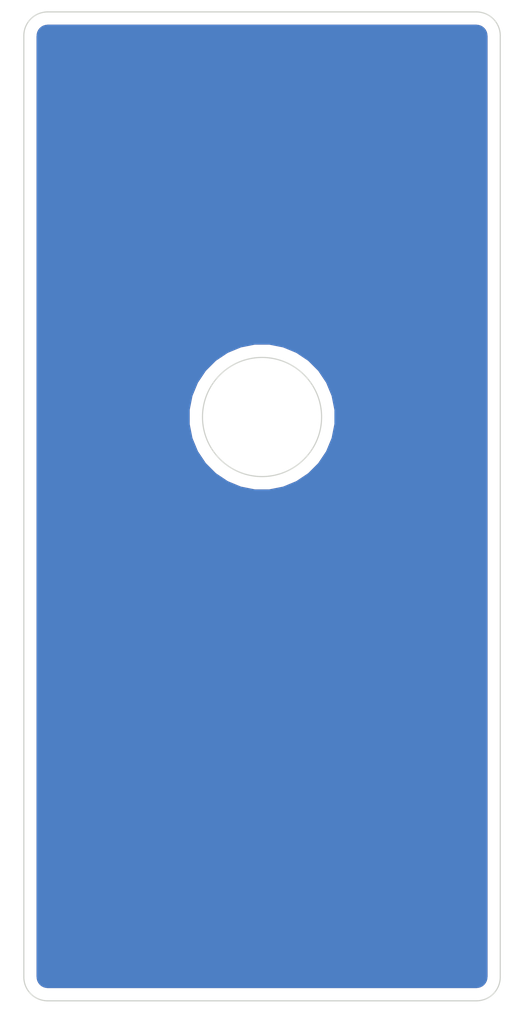
<source format=kicad_pcb>
(kicad_pcb (version 20171130) (host pcbnew 5.1.9+dfsg1-1+deb11u1)

  (general
    (thickness 1.6)
    (drawings 9)
    (tracks 0)
    (zones 0)
    (modules 0)
    (nets 1)
  )

  (page A4)
  (layers
    (0 F.Cu signal)
    (31 B.Cu signal)
    (32 B.Adhes user)
    (33 F.Adhes user)
    (34 B.Paste user)
    (35 F.Paste user)
    (36 B.SilkS user)
    (37 F.SilkS user)
    (38 B.Mask user)
    (39 F.Mask user)
    (40 Dwgs.User user)
    (41 Cmts.User user)
    (42 Eco1.User user)
    (43 Eco2.User user)
    (44 Edge.Cuts user)
    (45 Margin user)
    (46 B.CrtYd user)
    (47 F.CrtYd user)
    (48 B.Fab user)
    (49 F.Fab user)
  )

  (setup
    (last_trace_width 0.25)
    (trace_clearance 0.2)
    (zone_clearance 0.508)
    (zone_45_only no)
    (trace_min 0.2)
    (via_size 0.8)
    (via_drill 0.4)
    (via_min_size 0.4)
    (via_min_drill 0.3)
    (uvia_size 0.3)
    (uvia_drill 0.1)
    (uvias_allowed no)
    (uvia_min_size 0.2)
    (uvia_min_drill 0.1)
    (edge_width 0.05)
    (segment_width 0.2)
    (pcb_text_width 0.3)
    (pcb_text_size 1.5 1.5)
    (mod_edge_width 0.12)
    (mod_text_size 1 1)
    (mod_text_width 0.15)
    (pad_size 1.524 1.524)
    (pad_drill 0.762)
    (pad_to_mask_clearance 0)
    (aux_axis_origin 0 0)
    (visible_elements FFFFFF7F)
    (pcbplotparams
      (layerselection 0x010fc_ffffffff)
      (usegerberextensions true)
      (usegerberattributes false)
      (usegerberadvancedattributes false)
      (creategerberjobfile false)
      (excludeedgelayer true)
      (linewidth 0.100000)
      (plotframeref false)
      (viasonmask false)
      (mode 1)
      (useauxorigin false)
      (hpglpennumber 1)
      (hpglpenspeed 20)
      (hpglpendiameter 15.000000)
      (psnegative false)
      (psa4output false)
      (plotreference true)
      (plotvalue true)
      (plotinvisibletext false)
      (padsonsilk false)
      (subtractmaskfromsilk true)
      (outputformat 1)
      (mirror false)
      (drillshape 0)
      (scaleselection 1)
      (outputdirectory "y-carrier-back-plate-gerber/"))
  )

  (net 0 "")

  (net_class Default "This is the default net class."
    (clearance 0.2)
    (trace_width 0.25)
    (via_dia 0.8)
    (via_drill 0.4)
    (uvia_dia 0.3)
    (uvia_drill 0.1)
  )

  (gr_arc (start 123 80.5) (end 123 79.5) (angle -90) (layer Edge.Cuts) (width 0.05))
  (gr_circle (center 132 96.5) (end 134.5 96.5) (layer Edge.Cuts) (width 0.05))
  (gr_line (start 122 120) (end 122 80.5) (layer Edge.Cuts) (width 0.05))
  (gr_line (start 141 121) (end 123 121) (layer Edge.Cuts) (width 0.05))
  (gr_arc (start 141 80.5) (end 142 80.5) (angle -90) (layer Edge.Cuts) (width 0.05))
  (gr_line (start 142 80.5) (end 142 120) (layer Edge.Cuts) (width 0.05))
  (gr_line (start 123 79.5) (end 141 79.5) (layer Edge.Cuts) (width 0.05))
  (gr_arc (start 141 120) (end 141 121) (angle -90) (layer Edge.Cuts) (width 0.05))
  (gr_arc (start 123 120) (end 122 119.999999) (angle -90) (layer Edge.Cuts) (width 0.05))

  (zone (net 0) (net_name "") (layer F.Cu) (tstamp 64C3C690) (hatch edge 0.508)
    (connect_pads (clearance 0.508))
    (min_thickness 0.254)
    (fill yes (arc_segments 32) (thermal_gap 0.508) (thermal_bridge_width 0.508))
    (polygon
      (pts
        (xy 143 122) (xy 121 122) (xy 121 79) (xy 143 79)
      )
    )
    (filled_polygon
      (pts
        (xy 141.065424 80.16958) (xy 141.128356 80.18858) (xy 141.186405 80.219445) (xy 141.237343 80.260989) (xy 141.279248 80.311644)
        (xy 141.310515 80.369471) (xy 141.329956 80.432272) (xy 141.34 80.527835) (xy 141.340001 119.967711) (xy 141.33042 120.065424)
        (xy 141.31142 120.128357) (xy 141.280554 120.186406) (xy 141.239011 120.237343) (xy 141.188356 120.279248) (xy 141.130529 120.310515)
        (xy 141.067728 120.329956) (xy 140.972165 120.34) (xy 123.032278 120.34) (xy 122.934575 120.33042) (xy 122.871641 120.311419)
        (xy 122.813597 120.280557) (xy 122.762656 120.23901) (xy 122.720748 120.188352) (xy 122.689484 120.13053) (xy 122.670045 120.067728)
        (xy 122.66 119.972164) (xy 122.66 96.188305) (xy 128.835313 96.188305) (xy 128.835313 96.811695) (xy 128.95693 97.423105)
        (xy 129.19549 97.999042) (xy 129.541827 98.517371) (xy 129.982629 98.958173) (xy 130.500958 99.30451) (xy 131.076895 99.54307)
        (xy 131.688305 99.664687) (xy 132.311695 99.664687) (xy 132.923105 99.54307) (xy 133.499042 99.30451) (xy 134.017371 98.958173)
        (xy 134.458173 98.517371) (xy 134.80451 97.999042) (xy 135.04307 97.423105) (xy 135.164687 96.811695) (xy 135.164687 96.188305)
        (xy 135.04307 95.576895) (xy 134.80451 95.000958) (xy 134.458173 94.482629) (xy 134.017371 94.041827) (xy 133.499042 93.69549)
        (xy 132.923105 93.45693) (xy 132.311695 93.335313) (xy 131.688305 93.335313) (xy 131.076895 93.45693) (xy 130.500958 93.69549)
        (xy 129.982629 94.041827) (xy 129.541827 94.482629) (xy 129.19549 95.000958) (xy 128.95693 95.576895) (xy 128.835313 96.188305)
        (xy 122.66 96.188305) (xy 122.66 80.532279) (xy 122.66958 80.434576) (xy 122.68858 80.371644) (xy 122.719445 80.313595)
        (xy 122.760989 80.262657) (xy 122.811644 80.220752) (xy 122.869471 80.189485) (xy 122.932272 80.170044) (xy 123.027835 80.16)
        (xy 140.967721 80.16)
      )
    )
  )
  (zone (net 0) (net_name "") (layer B.Cu) (tstamp 64C3C68D) (hatch edge 0.508)
    (connect_pads (clearance 0.508))
    (min_thickness 0.254)
    (fill yes (arc_segments 32) (thermal_gap 0.508) (thermal_bridge_width 0.508))
    (polygon
      (pts
        (xy 143 122) (xy 121 122) (xy 121 79) (xy 143 79)
      )
    )
    (filled_polygon
      (pts
        (xy 141.065424 80.16958) (xy 141.128356 80.18858) (xy 141.186405 80.219445) (xy 141.237343 80.260989) (xy 141.279248 80.311644)
        (xy 141.310515 80.369471) (xy 141.329956 80.432272) (xy 141.34 80.527835) (xy 141.340001 119.967711) (xy 141.33042 120.065424)
        (xy 141.31142 120.128357) (xy 141.280554 120.186406) (xy 141.239011 120.237343) (xy 141.188356 120.279248) (xy 141.130529 120.310515)
        (xy 141.067728 120.329956) (xy 140.972165 120.34) (xy 123.032278 120.34) (xy 122.934575 120.33042) (xy 122.871641 120.311419)
        (xy 122.813597 120.280557) (xy 122.762656 120.23901) (xy 122.720748 120.188352) (xy 122.689484 120.13053) (xy 122.670045 120.067728)
        (xy 122.66 119.972164) (xy 122.66 96.188305) (xy 128.835313 96.188305) (xy 128.835313 96.811695) (xy 128.95693 97.423105)
        (xy 129.19549 97.999042) (xy 129.541827 98.517371) (xy 129.982629 98.958173) (xy 130.500958 99.30451) (xy 131.076895 99.54307)
        (xy 131.688305 99.664687) (xy 132.311695 99.664687) (xy 132.923105 99.54307) (xy 133.499042 99.30451) (xy 134.017371 98.958173)
        (xy 134.458173 98.517371) (xy 134.80451 97.999042) (xy 135.04307 97.423105) (xy 135.164687 96.811695) (xy 135.164687 96.188305)
        (xy 135.04307 95.576895) (xy 134.80451 95.000958) (xy 134.458173 94.482629) (xy 134.017371 94.041827) (xy 133.499042 93.69549)
        (xy 132.923105 93.45693) (xy 132.311695 93.335313) (xy 131.688305 93.335313) (xy 131.076895 93.45693) (xy 130.500958 93.69549)
        (xy 129.982629 94.041827) (xy 129.541827 94.482629) (xy 129.19549 95.000958) (xy 128.95693 95.576895) (xy 128.835313 96.188305)
        (xy 122.66 96.188305) (xy 122.66 80.532279) (xy 122.66958 80.434576) (xy 122.68858 80.371644) (xy 122.719445 80.313595)
        (xy 122.760989 80.262657) (xy 122.811644 80.220752) (xy 122.869471 80.189485) (xy 122.932272 80.170044) (xy 123.027835 80.16)
        (xy 140.967721 80.16)
      )
    )
  )
)

</source>
